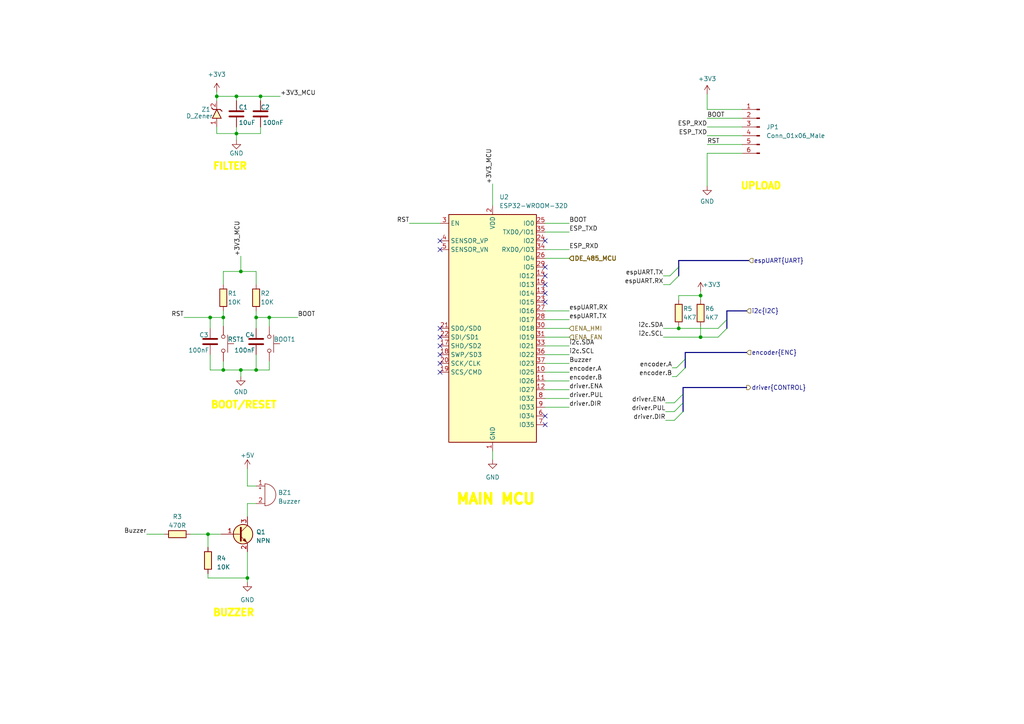
<source format=kicad_sch>
(kicad_sch (version 20230121) (generator eeschema)
  (paper "A4")
  (lib_symbols
    (symbol "IVS_SYMBOLS:Buzzer" (pin_names (offset 0.0254) hide)
      (property "Reference" "BZ" (at 3.81 1.27 0))
      (property "Value" "Buzzer" (at 3.81 -1.27 0))
      (symbol "Buzzer_0_1"
        (arc (start 0 -3.175) (mid 3.1612 0) (end 0 3.175))
        (polyline (pts (xy -1.651 1.905) (xy -1.143 1.905)))
        (polyline (pts (xy -1.397 2.159) (xy -1.397 1.651)))
        (polyline (pts (xy 0 3.175) (xy 0 -3.175)))
      )
      (symbol "Buzzer_1_1"
        (pin passive line (at -2.54 2.54 0) (length 2.54) (name "-") (number "1"))
        (pin passive line (at -2.54 -2.54 0) (length 2.54) (name "+") (number "2"))
      )
    )
    (symbol "IVS_SYMBOLS:C" (pin_numbers hide) (pin_names (offset 0.254))
      (property "Reference" "C" (at 0.635 2.54 0))
      (property "Value" "C" (at 0.635 -2.54 0))
      (symbol "C_0_1"
        (polyline (pts (xy -2.032 -0.762) (xy 2.032 -0.762)) (stroke (width 0.508)))
        (polyline (pts (xy -2.032 0.762) (xy 2.032 0.762)) (stroke (width 0.508)))
      )
      (symbol "C_1_1"
        (pin passive line (at 0 3.81 270) (length 2.794) (name "~") (number "1"))
        (pin passive line (at 0 -3.81 90) (length 2.794) (name "~") (number "2"))
      )
    )
    (symbol "IVS_SYMBOLS:Conn_01x06_Male" (pin_names (offset 1.016) hide)
      (property "Reference" "J" (at 0 7.62 0))
      (property "Value" "Conn_01x06_Male" (at 0 -10.16 0))
      (symbol "Conn_01x06_Male_1_1"
        (polyline (pts (xy 1.27 -7.62) (xy 0.8636 -7.62)) (stroke (width 0.1524)))
        (polyline (pts (xy 1.27 -5.08) (xy 0.8636 -5.08)) (stroke (width 0.1524)))
        (polyline (pts (xy 1.27 -2.54) (xy 0.8636 -2.54)) (stroke (width 0.1524)))
        (polyline (pts (xy 1.27 0) (xy 0.8636 0)) (stroke (width 0.1524)))
        (polyline (pts (xy 1.27 2.54) (xy 0.8636 2.54)) (stroke (width 0.1524)))
        (polyline (pts (xy 1.27 5.08) (xy 0.8636 5.08)) (stroke (width 0.1524)))
        (rectangle (start 0.8636 -7.493) (end 0 -7.747) (stroke (width 0.1524)) (fill (type outline)))
        (rectangle (start 0.8636 -4.953) (end 0 -5.207) (stroke (width 0.1524)) (fill (type outline)))
        (rectangle (start 0.8636 -2.413) (end 0 -2.667) (stroke (width 0.1524)) (fill (type outline)))
        (rectangle (start 0.8636 0.127) (end 0 -0.127) (stroke (width 0.1524)) (fill (type outline)))
        (rectangle (start 0.8636 2.667) (end 0 2.413) (stroke (width 0.1524)) (fill (type outline)))
        (rectangle (start 0.8636 5.207) (end 0 4.953) (stroke (width 0.1524)) (fill (type outline)))
        (pin passive line (at 5.08 5.08 180) (length 3.81) (name "Pin_1") (number "1"))
        (pin passive line (at 5.08 2.54 180) (length 3.81) (name "Pin_2") (number "2"))
        (pin passive line (at 5.08 0 180) (length 3.81) (name "Pin_3") (number "3"))
        (pin passive line (at 5.08 -2.54 180) (length 3.81) (name "Pin_4") (number "4"))
        (pin passive line (at 5.08 -5.08 180) (length 3.81) (name "Pin_5") (number "5"))
        (pin passive line (at 5.08 -7.62 180) (length 3.81) (name "Pin_6") (number "6"))
      )
    )
    (symbol "IVS_SYMBOLS:D_Zener"
      (property "Reference" "Z" (at 0 3.81 0))
      (property "Value" "D_Zener" (at 0 -3.302 0))
      (symbol "D_Zener_0_1"
        (polyline (pts (xy 0 -1.016) (xy -0.508 -1.524)) (stroke (width 0.254)))
        (polyline (pts (xy 0 1.016) (xy 0 -1.016)) (stroke (width 0.254)))
        (polyline (pts (xy 0 1.016) (xy 0.508 1.524)) (stroke (width 0.254)))
        (polyline (pts (xy 2.54 1.27) (xy 2.54 -1.27) (xy 0 0) (xy 2.54 1.27)) (stroke (width 0.254)) (fill (type background)))
      )
      (symbol "D_Zener_1_1"
        (pin passive line (at 5.08 0 180) (length 2.54) (name "") (number "1"))
        (pin passive line (at -2.54 0 0) (length 2.54) (name "") (number "2"))
      )
    )
    (symbol "IVS_SYMBOLS:ESP32-WROOM-32D"
      (property "Reference" "U" (at -12.7 34.29 0))
      (property "Value" "ESP32-WROOM-32D" (at 1.27 34.29 0))
      (symbol "ESP32-WROOM-32D_0_1"
        (rectangle (start -12.7 33.02) (end 12.7 -33.02) (stroke (width 0.254)) (fill (type background)))
      )
      (symbol "ESP32-WROOM-32D_1_1"
        (pin power_in line (at 0 -35.56 90) (length 2.54) (name "GND") (number "1"))
        (pin bidirectional line (at 15.24 -12.7 180) (length 2.54) (name "IO25") (number "10"))
        (pin bidirectional line (at 15.24 -15.24 180) (length 2.54) (name "IO26") (number "11"))
        (pin bidirectional line (at 15.24 -17.78 180) (length 2.54) (name "IO27") (number "12"))
        (pin bidirectional line (at 15.24 10.16 180) (length 2.54) (name "IO14") (number "13"))
        (pin bidirectional line (at 15.24 15.24 180) (length 2.54) (name "IO12") (number "14"))
        (pin passive line (at 0 -35.56 90) (length 2.54) hide (name "GND") (number "15"))
        (pin bidirectional line (at 15.24 12.7 180) (length 2.54) (name "IO13") (number "16"))
        (pin bidirectional line (at -15.24 -5.08 0) (length 2.54) (name "SHD/SD2") (number "17"))
        (pin bidirectional line (at -15.24 -7.62 0) (length 2.54) (name "SWP/SD3") (number "18"))
        (pin bidirectional line (at -15.24 -12.7 0) (length 2.54) (name "SCS/CMD") (number "19"))
        (pin power_in line (at 0 35.56 270) (length 2.54) (name "VDD") (number "2"))
        (pin bidirectional line (at -15.24 -10.16 0) (length 2.54) (name "SCK/CLK") (number "20"))
        (pin bidirectional line (at -15.24 0 0) (length 2.54) (name "SDO/SD0") (number "21"))
        (pin bidirectional line (at -15.24 -2.54 0) (length 2.54) (name "SDI/SD1") (number "22"))
        (pin bidirectional line (at 15.24 7.62 180) (length 2.54) (name "IO15") (number "23"))
        (pin bidirectional line (at 15.24 25.4 180) (length 2.54) (name "IO2") (number "24"))
        (pin bidirectional line (at 15.24 30.48 180) (length 2.54) (name "IO0") (number "25"))
        (pin bidirectional line (at 15.24 20.32 180) (length 2.54) (name "IO4") (number "26"))
        (pin bidirectional line (at 15.24 5.08 180) (length 2.54) (name "IO16") (number "27"))
        (pin bidirectional line (at 15.24 2.54 180) (length 2.54) (name "IO17") (number "28"))
        (pin bidirectional line (at 15.24 17.78 180) (length 2.54) (name "IO5") (number "29"))
        (pin input line (at -15.24 30.48 0) (length 2.54) (name "EN") (number "3"))
        (pin bidirectional line (at 15.24 0 180) (length 2.54) (name "IO18") (number "30"))
        (pin bidirectional line (at 15.24 -2.54 180) (length 2.54) (name "IO19") (number "31"))
        (pin no_connect line (at -12.7 -27.94 0) (length 2.54) hide (name "NC") (number "32"))
        (pin bidirectional line (at 15.24 -5.08 180) (length 2.54) (name "IO21") (number "33"))
        (pin bidirectional line (at 15.24 22.86 180) (length 2.54) (name "RXD0/IO3") (number "34"))
        (pin bidirectional line (at 15.24 27.94 180) (length 2.54) (name "TXD0/IO1") (number "35"))
        (pin bidirectional line (at 15.24 -7.62 180) (length 2.54) (name "IO22") (number "36"))
        (pin bidirectional line (at 15.24 -10.16 180) (length 2.54) (name "IO23") (number "37"))
        (pin passive line (at 0 -35.56 90) (length 2.54) hide (name "GND") (number "38"))
        (pin passive line (at 0 -35.56 90) (length 2.54) hide (name "GND") (number "39"))
        (pin input line (at -15.24 25.4 0) (length 2.54) (name "SENSOR_VP") (number "4"))
        (pin input line (at -15.24 22.86 0) (length 2.54) (name "SENSOR_VN") (number "5"))
        (pin input line (at 15.24 -25.4 180) (length 2.54) (name "IO34") (number "6"))
        (pin input line (at 15.24 -27.94 180) (length 2.54) (name "IO35") (number "7"))
        (pin bidirectional line (at 15.24 -20.32 180) (length 2.54) (name "IO32") (number "8"))
        (pin bidirectional line (at 15.24 -22.86 180) (length 2.54) (name "IO33") (number "9"))
      )
    )
    (symbol "IVS_SYMBOLS:NPN" (pin_names (offset 0) hide)
      (property "Reference" "Q" (at 5.08 1.905 0))
      (property "Value" "NPN" (at 5.08 0 0))
      (symbol "NPN_0_1"
        (polyline (pts (xy 0 0) (xy 0.635 0)))
        (polyline (pts (xy 0.635 0.635) (xy 2.54 2.54)))
        (polyline (pts (xy 0.635 -0.635) (xy 2.54 -2.54) (xy 2.54 -2.54)))
        (polyline (pts (xy 0.635 1.905) (xy 0.635 -1.905) (xy 0.635 -1.905)) (stroke (width 0.508)))
        (polyline (pts (xy 1.27 -1.778) (xy 1.778 -1.27) (xy 2.286 -2.286) (xy 1.27 -1.778) (xy 1.27 -1.778)) (fill (type outline)))
        (circle (center 1.27 0) (radius 2.8194) (stroke (width 0.254)) (fill (type background)))
      )
      (symbol "NPN_1_1"
        (pin input line (at -5.08 0 0) (length 5.08) (name "B") (number "1"))
        (pin passive line (at 2.54 -5.08 90) (length 2.54) (name "E") (number "2"))
        (pin passive line (at 2.54 5.08 270) (length 2.54) (name "C") (number "3"))
      )
    )
    (symbol "IVS_SYMBOLS:R" (pin_numbers hide) (pin_names (offset 0))
      (property "Reference" "R" (at 2.032 0 90))
      (property "Value" "R" (at 0 0 90))
      (symbol "R_1_1"
        (rectangle (start -1.016 2.54) (end 1.016 -2.54) (stroke (width 0.254)) (fill (type background)))
        (pin passive line (at 0 3.81 270) (length 1.27) (name "~") (number "1"))
        (pin passive line (at 0 -3.81 90) (length 1.27) (name "~") (number "2"))
      )
    )
    (symbol "IVS_SYMBOLS:SW_Push" (pin_numbers hide) (pin_names (offset 1.016) hide)
      (property "Reference" "SW" (at 1.27 2.54 0))
      (property "Value" "SW_Push" (at 0 -1.524 0))
      (symbol "SW_Push_0_1"
        (circle (center -2.032 0) (radius 0.508))
        (polyline (pts (xy 0 1.27) (xy 0 3.048)))
        (polyline (pts (xy 2.54 1.27) (xy -2.54 1.27)))
        (circle (center 2.032 0) (radius 0.508))
        (pin passive line (at -5.08 0 0) (length 2.54) (name "1") (number "1"))
        (pin passive line (at 5.08 0 180) (length 2.54) (name "2") (number "2"))
      )
    )
    (symbol "power:+3V3" (power) (pin_names (offset 0))
      (property "Value" "+3V3" (at 0 3.556 0))
      (symbol "+3V3_0_1"
        (polyline (pts (xy -0.762 1.27) (xy 0 2.54)))
        (polyline (pts (xy 0 0) (xy 0 2.54)))
        (polyline (pts (xy 0 2.54) (xy 0.762 1.27)))
      )
      (symbol "+3V3_1_1"
        (pin power_in line (at 0 0 90) (length 0) hide (name "+3V3") (number "1"))
      )
    )
    (symbol "power:+5V" (power) (pin_names (offset 0))
      (property "Value" "+5V" (at 0 3.556 0))
      (symbol "+5V_0_1"
        (polyline (pts (xy -0.762 1.27) (xy 0 2.54)))
        (polyline (pts (xy 0 0) (xy 0 2.54)))
        (polyline (pts (xy 0 2.54) (xy 0.762 1.27)))
      )
      (symbol "+5V_1_1"
        (pin power_in line (at 0 0 90) (length 0) hide (name "+5V") (number "1"))
      )
    )
    (symbol "power:GND" (power) (pin_names (offset 0))
      (property "Value" "GND" (at 0 -3.81 0))
      (symbol "GND_0_1"
        (polyline (pts (xy 0 0) (xy 0 -1.27) (xy 1.27 -1.27) (xy 0 -2.54) (xy -1.27 -1.27) (xy 0 -1.27)))
      )
      (symbol "GND_1_1"
        (pin power_in line (at 0 0 270) (length 0) hide (name "GND") (number "1"))
      )
    )
  )
  (junction (at 196.85 95.25))
  (junction (at 74.295 107.315))
  (junction (at 62.865 27.94))
  (junction (at 60.325 154.94))
  (junction (at 71.755 167.64))
  (junction (at 69.85 107.315))
  (junction (at 68.58 38.735))
  (junction (at 74.295 92.075))
  (junction (at 64.77 107.315))
  (junction (at 75.565 27.94))
  (junction (at 68.58 27.94))
  (junction (at 60.96 92.075))
  (junction (at 69.85 78.74))
  (junction (at 64.77 92.075))
  (junction (at 203.2 97.79))
  (junction (at 78.105 92.075))
  (junction (at 203.2 85.725))
  (no_connect (at 127.635 95.25))
  (no_connect (at 158.115 87.63))
  (no_connect (at 158.115 85.09))
  (no_connect (at 158.115 82.55))
  (no_connect (at 127.635 100.33))
  (no_connect (at 127.635 72.39))
  (no_connect (at 127.635 107.95))
  (no_connect (at 127.635 97.79))
  (no_connect (at 127.635 69.85))
  (no_connect (at 158.115 80.01))
  (no_connect (at 158.115 120.65))
  (no_connect (at 127.635 105.41))
  (no_connect (at 158.115 123.19))
  (no_connect (at 158.115 69.85))
  (no_connect (at 127.635 102.87))
  (no_connect (at 158.115 77.47))
  (bus_entry (at 196.215 109.22) (size 2.54 -2.54))
  (bus_entry (at 195.58 121.92) (size 2.54 -2.54))
  (bus_entry (at 194.31 82.55) (size 2.54 -2.54))
  (bus_entry (at 195.58 116.84) (size 2.54 -2.54))
  (bus_entry (at 196.215 106.68) (size 2.54 -2.54))
  (bus_entry (at 208.28 95.25) (size 2.54 -2.54))
  (bus_entry (at 195.58 119.38) (size 2.54 -2.54))
  (bus_entry (at 208.28 97.79) (size 2.54 -2.54))
  (bus_entry (at 194.31 80.01) (size 2.54 -2.54))
  (wire (pts (xy 75.565 29.21) (xy 75.565 27.94)))
  (wire (pts (xy 60.325 167.64) (xy 71.755 167.64)))
  (wire (pts (xy 64.77 104.775) (xy 64.77 107.315)))
  (wire (pts (xy 215.265 31.75) (xy 205.105 31.75)))
  (bus (pts (xy 198.755 102.235) (xy 216.535 102.235)))
  (wire (pts (xy 196.85 94.615) (xy 196.85 95.25)))
  (wire (pts (xy 60.325 167.64) (xy 60.325 166.37)))
  (wire (pts (xy 158.115 110.49) (xy 165.1 110.49)))
  (wire (pts (xy 78.105 92.075) (xy 78.105 94.615)))
  (wire (pts (xy 192.405 82.55) (xy 194.31 82.55)))
  (wire (pts (xy 64.77 92.075) (xy 60.96 92.075)))
  (wire (pts (xy 158.115 67.31) (xy 165.1 67.31)))
  (wire (pts (xy 158.115 90.17) (xy 165.1 90.17)))
  (wire (pts (xy 158.115 72.39) (xy 165.1 72.39)))
  (wire (pts (xy 68.58 38.735) (xy 68.58 40.64)))
  (wire (pts (xy 205.105 34.29) (xy 215.265 34.29)))
  (wire (pts (xy 68.58 27.94) (xy 62.865 27.94)))
  (wire (pts (xy 203.2 85.725) (xy 203.2 86.995)))
  (wire (pts (xy 158.115 118.11) (xy 165.1 118.11)))
  (wire (pts (xy 75.565 36.83) (xy 75.565 38.735)))
  (wire (pts (xy 42.545 154.94) (xy 47.625 154.94)))
  (wire (pts (xy 78.105 104.775) (xy 78.105 107.315)))
  (wire (pts (xy 74.295 146.05) (xy 71.755 146.05)))
  (wire (pts (xy 64.77 92.075) (xy 64.77 94.615)))
  (wire (pts (xy 193.04 121.92) (xy 195.58 121.92)))
  (wire (pts (xy 69.85 78.74) (xy 74.295 78.74)))
  (wire (pts (xy 203.2 97.79) (xy 208.28 97.79)))
  (wire (pts (xy 196.85 85.725) (xy 203.2 85.725)))
  (wire (pts (xy 158.115 100.33) (xy 165.1 100.33)))
  (wire (pts (xy 158.115 105.41) (xy 165.1 105.41)))
  (wire (pts (xy 205.105 36.83) (xy 215.265 36.83)))
  (wire (pts (xy 158.115 115.57) (xy 165.1 115.57)))
  (wire (pts (xy 194.945 109.22) (xy 196.215 109.22)))
  (wire (pts (xy 74.295 102.87) (xy 74.295 107.315)))
  (wire (pts (xy 60.96 107.315) (xy 64.77 107.315)))
  (wire (pts (xy 71.755 160.02) (xy 71.755 167.64)))
  (wire (pts (xy 74.295 92.075) (xy 74.295 95.25)))
  (wire (pts (xy 71.755 140.97) (xy 74.295 140.97)))
  (wire (pts (xy 74.295 92.075) (xy 78.105 92.075)))
  (bus (pts (xy 198.12 112.395) (xy 216.535 112.395)))
  (wire (pts (xy 53.34 92.075) (xy 60.96 92.075)))
  (wire (pts (xy 192.405 80.01) (xy 194.31 80.01)))
  (wire (pts (xy 142.875 130.81) (xy 142.875 133.35)))
  (wire (pts (xy 62.865 26.67) (xy 62.865 27.94)))
  (wire (pts (xy 68.58 38.735) (xy 75.565 38.735)))
  (wire (pts (xy 158.115 107.95) (xy 165.1 107.95)))
  (wire (pts (xy 71.755 146.05) (xy 71.755 149.86)))
  (wire (pts (xy 78.105 107.315) (xy 74.295 107.315)))
  (wire (pts (xy 193.04 116.84) (xy 195.58 116.84)))
  (wire (pts (xy 158.115 64.77) (xy 165.1 64.77)))
  (bus (pts (xy 196.85 75.565) (xy 217.17 75.565)))
  (wire (pts (xy 60.96 92.075) (xy 60.96 95.25)))
  (wire (pts (xy 158.115 92.71) (xy 165.1 92.71)))
  (wire (pts (xy 196.85 86.995) (xy 196.85 85.725)))
  (wire (pts (xy 68.58 29.21) (xy 68.58 27.94)))
  (bus (pts (xy 198.12 116.84) (xy 198.12 114.3)))
  (wire (pts (xy 158.115 74.93) (xy 165.1 74.93)))
  (wire (pts (xy 75.565 27.94) (xy 68.58 27.94)))
  (wire (pts (xy 142.875 53.34) (xy 142.875 59.69)))
  (wire (pts (xy 69.85 107.315) (xy 69.85 109.22)))
  (wire (pts (xy 69.85 74.295) (xy 69.85 78.74)))
  (bus (pts (xy 198.755 104.14) (xy 198.755 106.68)))
  (wire (pts (xy 71.755 135.89) (xy 71.755 140.97)))
  (wire (pts (xy 60.325 154.94) (xy 64.135 154.94)))
  (wire (pts (xy 64.77 78.74) (xy 69.85 78.74)))
  (wire (pts (xy 74.295 107.315) (xy 69.85 107.315)))
  (wire (pts (xy 205.105 44.45) (xy 205.105 53.975)))
  (wire (pts (xy 64.77 90.17) (xy 64.77 92.075)))
  (wire (pts (xy 60.96 102.87) (xy 60.96 107.315)))
  (wire (pts (xy 71.755 167.64) (xy 71.755 168.91)))
  (wire (pts (xy 158.115 102.87) (xy 165.1 102.87)))
  (wire (pts (xy 64.77 82.55) (xy 64.77 78.74)))
  (bus (pts (xy 198.12 119.38) (xy 198.12 116.84)))
  (wire (pts (xy 55.245 154.94) (xy 60.325 154.94)))
  (wire (pts (xy 81.28 27.94) (xy 75.565 27.94)))
  (wire (pts (xy 192.405 97.79) (xy 203.2 97.79)))
  (wire (pts (xy 158.115 97.79) (xy 165.1 97.79)))
  (bus (pts (xy 210.82 90.17) (xy 210.82 92.71)))
  (wire (pts (xy 68.58 36.83) (xy 68.58 38.735)))
  (wire (pts (xy 205.105 41.91) (xy 215.265 41.91)))
  (bus (pts (xy 196.85 75.565) (xy 196.85 77.47)))
  (wire (pts (xy 64.77 107.315) (xy 69.85 107.315)))
  (wire (pts (xy 192.405 95.25) (xy 196.85 95.25)))
  (wire (pts (xy 205.105 27.305) (xy 205.105 31.75)))
  (wire (pts (xy 118.745 64.77) (xy 127.635 64.77)))
  (wire (pts (xy 62.865 27.94) (xy 62.865 29.21)))
  (wire (pts (xy 60.325 154.94) (xy 60.325 158.75)))
  (wire (pts (xy 205.105 39.37) (xy 215.265 39.37)))
  (bus (pts (xy 210.82 92.71) (xy 210.82 95.25)))
  (wire (pts (xy 78.105 92.075) (xy 86.36 92.075)))
  (bus (pts (xy 198.755 102.235) (xy 198.755 104.14)))
  (wire (pts (xy 158.115 95.25) (xy 165.1 95.25)))
  (wire (pts (xy 62.865 38.735) (xy 68.58 38.735)))
  (wire (pts (xy 74.295 78.74) (xy 74.295 82.55)))
  (wire (pts (xy 203.2 85.725) (xy 203.2 84.455)))
  (wire (pts (xy 196.85 95.25) (xy 208.28 95.25)))
  (wire (pts (xy 203.2 94.615) (xy 203.2 97.79)))
  (bus (pts (xy 210.82 90.17) (xy 216.535 90.17)))
  (wire (pts (xy 62.865 36.83) (xy 62.865 38.735)))
  (wire (pts (xy 74.295 90.17) (xy 74.295 92.075)))
  (bus (pts (xy 198.12 114.3) (xy 198.12 112.395)))
  (wire (pts (xy 158.115 113.03) (xy 165.1 113.03)))
  (wire (pts (xy 194.945 106.68) (xy 196.215 106.68)))
  (wire (pts (xy 193.04 119.38) (xy 195.58 119.38)))
  (wire (pts (xy 215.265 44.45) (xy 205.105 44.45)))
  (bus (pts (xy 196.85 77.47) (xy 196.85 80.01)))
  (text "BOOT/RESET\n" (at 60.96 118.745 0) (effects (font (size 2 2) (thickness 2) bold) (justify left bottom)))
  (text "UPLOAD\n" (at 214.63 55.245 0) (effects (font (size 2 2) (thickness 2) bold) (justify left bottom)))
  (text "BUZZER\n\n" (at 61.595 182.245 0) (effects (font (size 2 2) (thickness 2) bold) (justify left bottom)))
  (text "MAIN MCU\n" (at 132.08 146.685 0) (effects (font (size 3 3) (thickness 2) bold) (justify left bottom)))
  (text "FILTER\n" (at 61.595 49.53 0) (effects (font (size 2 2) (thickness 2) bold) (justify left bottom)))
  (label "RST" (at 53.34 92.075 180))
  (label "encoder.B" (at 165.1 110.49 0))
  (label "RST" (at 205.105 41.91 0))
  (label "Buzzer" (at 42.545 154.94 180))
  (label "driver.DIR" (at 165.1 118.11 0))
  (label "espUART.RX" (at 192.405 82.55 180))
  (label "BOOT" (at 165.1 64.77 0))
  (label "+3V3_MCU" (at 81.28 27.94 0))
  (label "Buzzer" (at 165.1 105.41 0))
  (label "driver.PUL" (at 165.1 115.57 0))
  (label "encoder.A" (at 165.1 107.95 0))
  (label "BOOT" (at 86.36 92.075 0))
  (label "+3V3_MCU" (at 69.85 74.295 90))
  (label "i2c.SCL" (at 165.1 102.87 0))
  (label "+3V3_MCU" (at 142.875 53.34 90))
  (label "ESP_TXD" (at 205.105 39.37 180))
  (label "i2c.SDA" (at 192.405 95.25 180))
  (label "i2c.SDA" (at 165.1 100.33 0))
  (label "driver.PUL" (at 193.04 119.38 180))
  (label "i2c.SCL" (at 192.405 97.79 180))
  (label "driver.DIR" (at 193.04 121.92 180))
  (label "encoder.A" (at 194.945 106.68 180))
  (label "RST" (at 118.745 64.77 180))
  (label "espUART.TX" (at 165.1 92.71 0))
  (label "BOOT" (at 205.105 34.29 0))
  (label "ESP_RXD" (at 205.105 36.83 180))
  (label "espUART.TX" (at 192.405 80.01 180))
  (label "driver.ENA" (at 165.1 113.03 0))
  (label "encoder.B" (at 194.945 109.22 180))
  (label "driver.ENA" (at 193.04 116.84 180))
  (label "espUART.RX" (at 165.1 90.17 0))
  (label "ESP_RXD" (at 165.1 72.39 0))
  (label "ESP_TXD" (at 165.1 67.31 0))
  (hierarchical_label "encoder{ENC}" (shape input) (at 216.535 102.235 0))
  (hierarchical_label "ENA_FAN" (shape input) (at 165.1 97.79 0))
  (hierarchical_label "driver{CONTROL}" (shape output) (at 216.535 112.395 0))
  (hierarchical_label "espUART{UART}" (shape input) (at 217.17 75.565 0))
  (hierarchical_label "ENA_HMI" (shape input) (at 165.1 95.25 0))
  (hierarchical_label "DE_485_MCU" (shape input) (at 165.1 74.93 0) (effects (font bold)))
  (hierarchical_label "i2c{I2C}" (shape input) (at 216.535 90.17 0))
  (symbol (lib_id "IVS_SYMBOLS:R") (at 64.77 86.36 0) (unit 1)
    (property "Reference" "R1" (at 66.04 85.09 0) (effects (justify left)))
    (property "Value" "10K" (at 66.04 87.63 0) (effects (justify left)))
    (property "Footprint" "IVS_FOOTPRINTS:R_0603" (effects hide))
  )
  (symbol (lib_id "IVS_SYMBOLS:SW_Push") (at 64.77 99.695 270) (unit 1)
    (property "Reference" "RST1" (at 66.04 98.425 90) (effects (justify left)))
    (property "Value" "SW_Push" (effects hide))
    (property "Footprint" "IVS_FOOTPRINTS:SW_SPST_PTS810" (effects hide))
  )
  (symbol (lib_id "IVS_SYMBOLS:SW_Push") (at 78.105 99.695 270) (unit 1)
    (property "Reference" "BOOT1" (at 79.375 98.425 90) (effects (justify left)))
    (property "Value" "SW_Push" (effects hide))
    (property "Footprint" "IVS_FOOTPRINTS:SW_SPST_PTS810" (effects hide))
  )
  (symbol (lib_id "power:+3V3") (at 203.2 84.455 0) (unit 1)
    (property "Reference" "#PWR029" (effects hide))
    (property "Value" "+3V3" (at 206.375 82.55 0))
    (instances (project "KingPump" (path "" (reference "#PWR029") (unit 1))) (project "Begin" (path "" (reference "#PWR031") (unit 1))))
  )
  (symbol (lib_id "IVS_SYMBOLS:C") (at 74.295 99.06 0) (unit 1)
    (property "Reference" "C4" (at 71.12 97.155 0) (effects (justify left)))
    (property "Value" "100nF" (at 67.945 101.6 0) (effects (justify left)))
    (property "Footprint" "IVS_FOOTPRINTS:C_0603" (effects hide))
    (instances (project "KingPump" (path "" (reference "C4") (unit 1))) (project "Begin" (path "" (reference "C3") (unit 1))))
  )
  (symbol (lib_id "IVS_SYMBOLS:C") (at 60.96 99.06 0) (unit 1)
    (property "Reference" "C3" (at 57.785 97.155 0) (effects (justify left)))
    (property "Value" "100nF" (at 54.61 101.6 0) (effects (justify left)))
    (property "Footprint" "IVS_FOOTPRINTS:C_0603" (effects hide))
    (instances (project "KingPump" (path "" (reference "C3") (unit 1))) (project "Begin" (path "" (reference "C4") (unit 1))))
  )
  (symbol (lib_id "IVS_SYMBOLS:Conn_01x06_Male") (at 220.345 36.83 0) (mirror y) (unit 1)
    (property "Reference" "JP1" (at 222.25 36.83 0) (effects (justify right)))
    (property "Value" "Conn_01x06_Male" (at 222.25 39.37 0) (effects (justify right)))
    (property "Footprint" "IVS_FOOTPRINTS:XH_6P_2.54mm_Vertical" (effects hide))
  )
  (symbol (lib_id "IVS_SYMBOLS:R") (at 196.85 90.805 0) (unit 1)
    (property "Reference" "R5" (at 198.12 89.535 0) (effects (justify left)))
    (property "Value" "4K7" (at 198.12 92.075 0) (effects (justify left)))
    (property "Footprint" "IVS_FOOTPRINTS:R_0603" (effects hide))
    (instances (project "KingPump" (path "" (reference "R5") (unit 1))) (project "Begin" (path "" (reference "R16") (unit 1)) (path "" (reference "R11") (unit 1))))
  )
  (symbol (lib_id "IVS_SYMBOLS:ESP32-WROOM-32D") (at 142.875 95.25 0) (unit 1)
    (property "Reference" "U2" (at 144.8309 57.15 0) (effects (justify left)))
    (property "Value" "ESP32-WROOM-32D" (at 144.8309 59.69 0) (effects (justify left)))
    (property "Footprint" "RF_Module:ESP32-WROOM-32" (effects hide))
    (property "Datasheet" "https://www.espressif.com/sites/default/files/documentation/esp32-wroom-32d_esp32-wroom-32u_datasheet_en.pdf" (effects hide))
  )
  (symbol (lib_id "IVS_SYMBOLS:NPN") (at 69.215 154.94 0) (unit 1)
    (property "Reference" "Q1" (at 74.295 154.305 0) (effects (justify left)))
    (property "Value" "NPN" (at 74.295 156.845 0) (effects (justify left)))
    (property "Footprint" "IVS_FOOTPRINTS:SOT23-3" (effects hide))
    (property "Datasheet" "https://www.onsemi.com/pdf/datasheet/mmbt3904lt1-d.pdf" (effects hide))
    (instances (project "KingPump" (path "" (reference "Q1") (unit 1))) (project "MayLuuDong" (path "" (reference "Q6") (unit 1))))
  )
  (symbol (lib_id "power:GND") (at 68.58 40.64 0) (unit 1)
    (property "Reference" "#PWR09" (effects hide))
    (property "Value" "GND" (at 68.58 44.45 0))
  )
  (symbol (lib_id "power:+5V") (at 71.755 135.89 0) (unit 1)
    (property "Reference" "#PWR019" (effects hide))
    (property "Value" "+5V" (at 71.755 132.08 0))
    (instances (project "KingPump" (path "" (reference "#PWR019") (unit 1))) (project "MayLuuDong" (path "" (reference "#PWR049") (unit 1))))
  )
  (symbol (lib_id "power:GND") (at 71.755 168.91 0) (unit 1)
    (property "Reference" "#PWR020" (effects hide))
    (property "Value" "GND" (at 71.755 173.99 0))
    (instances (project "KingPump" (path "" (reference "#PWR020") (unit 1))) (project "MayLuuDong" (path "" (reference "#PWR050") (unit 1))))
  )
  (symbol (lib_id "IVS_SYMBOLS:R") (at 74.295 86.36 0) (unit 1)
    (property "Reference" "R2" (at 75.565 85.09 0) (effects (justify left)))
    (property "Value" "10K" (at 75.565 87.63 0) (effects (justify left)))
    (property "Footprint" "IVS_FOOTPRINTS:R_0603" (effects hide))
  )
  (symbol (lib_id "power:GND") (at 69.85 109.22 0) (unit 1)
    (property "Reference" "#PWR011" (effects hide))
    (property "Value" "GND" (at 69.85 113.665 0))
    (instances (project "KingPump" (path "" (reference "#PWR011") (unit 1))) (project "Begin" (path "" (reference "#PWR04") (unit 1))))
  )
  (symbol (lib_id "IVS_SYMBOLS:R") (at 203.2 90.805 0) (unit 1)
    (property "Reference" "R6" (at 204.47 89.535 0) (effects (justify left)))
    (property "Value" "4K7" (at 204.47 92.075 0) (effects (justify left)))
    (property "Footprint" "IVS_FOOTPRINTS:R_0603" (effects hide))
    (instances (project "KingPump" (path "" (reference "R6") (unit 1))) (project "Begin" (path "" (reference "R17") (unit 1)) (path "" (reference "R12") (unit 1))))
  )
  (symbol (lib_id "IVS_SYMBOLS:C") (at 68.58 33.02 0) (unit 1)
    (property "Reference" "C1" (at 69.215 31.115 0) (effects (justify left)))
    (property "Value" "10uF" (at 69.215 35.56 0) (effects (justify left)))
    (property "Footprint" "IVS_FOOTPRINTS:C_0603" (effects hide))
  )
  (symbol (lib_id "IVS_SYMBOLS:D_Zener") (at 62.865 31.75 270) (unit 1)
    (property "Reference" "Z1" (at 58.42 31.75 90) (effects (justify left)))
    (property "Value" "D_Zener" (at 53.975 33.655 90) (effects (justify left)))
    (property "Footprint" "IVS_FOOTPRINTS:D_SOD-123F" (effects hide))
  )
  (symbol (lib_id "IVS_SYMBOLS:C") (at 75.565 33.02 0) (unit 1)
    (property "Reference" "C2" (at 75.565 31.115 0) (effects (justify left)))
    (property "Value" "100nF" (at 76.2 35.56 0) (effects (justify left)))
    (property "Footprint" "IVS_FOOTPRINTS:C_0603" (effects hide))
  )
  (symbol (lib_id "IVS_SYMBOLS:R") (at 51.435 154.94 90) (unit 1)
    (property "Reference" "R3" (at 51.435 149.86 90))
    (property "Value" "470R" (at 51.435 152.4 90))
    (property "Footprint" "IVS_FOOTPRINTS:R_0603" (effects hide))
    (instances (project "KingPump" (path "" (reference "R3") (unit 1))) (project "MayLuuDong" (path "" (reference "R1") (unit 1))))
  )
  (symbol (lib_id "IVS_SYMBOLS:R") (at 60.325 162.56 0) (unit 1)
    (property "Reference" "R4" (at 62.865 161.925 0) (effects (justify left)))
    (property "Value" "10K" (at 62.865 164.465 0) (effects (justify left)))
    (property "Footprint" "IVS_FOOTPRINTS:R_0603" (effects hide))
    (instances (project "KingPump" (path "" (reference "R4") (unit 1))) (project "MayLuuDong" (path "" (reference "R2") (unit 1))))
  )
  (symbol (lib_id "power:+3V3") (at 205.105 27.305 0) (unit 1)
    (property "Reference" "#PWR012" (effects hide))
    (property "Value" "+3V3" (at 205.105 22.86 0))
    (instances (project "KingPump" (path "" (reference "#PWR012") (unit 1))) (project "Begin" (path "" (reference "#PWR09") (unit 1))))
  )
  (symbol (lib_id "power:GND") (at 142.875 133.35 0) (unit 1)
    (property "Reference" "#PWR08" (effects hide))
    (property "Value" "GND" (at 142.875 138.43 0))
  )
  (symbol (lib_id "power:+3V3") (at 62.865 26.67 0) (unit 1)
    (property "Reference" "#PWR07" (effects hide))
    (property "Value" "+3V3" (at 62.865 21.59 0))
  )
  (symbol (lib_id "power:GND") (at 205.105 53.975 0) (unit 1)
    (property "Reference" "#PWR013" (effects hide))
    (property "Value" "GND" (at 205.105 58.42 0))
    (instances (project "KingPump" (path "" (reference "#PWR013") (unit 1))) (project "Begin" (path "" (reference "#PWR08") (unit 1))))
  )
  (symbol (lib_id "IVS_SYMBOLS:Buzzer") (at 76.835 143.51 0) (unit 1)
    (property "Reference" "BZ1" (at 80.645 142.875 0) (effects (justify left)))
    (property "Value" "Buzzer" (at 80.645 145.415 0) (effects (justify left)))
    (property "Footprint" "IVS_FOOTPRINTS:Buzzer_12x9.5RM7.6" (effects hide))
  )
)
</source>
